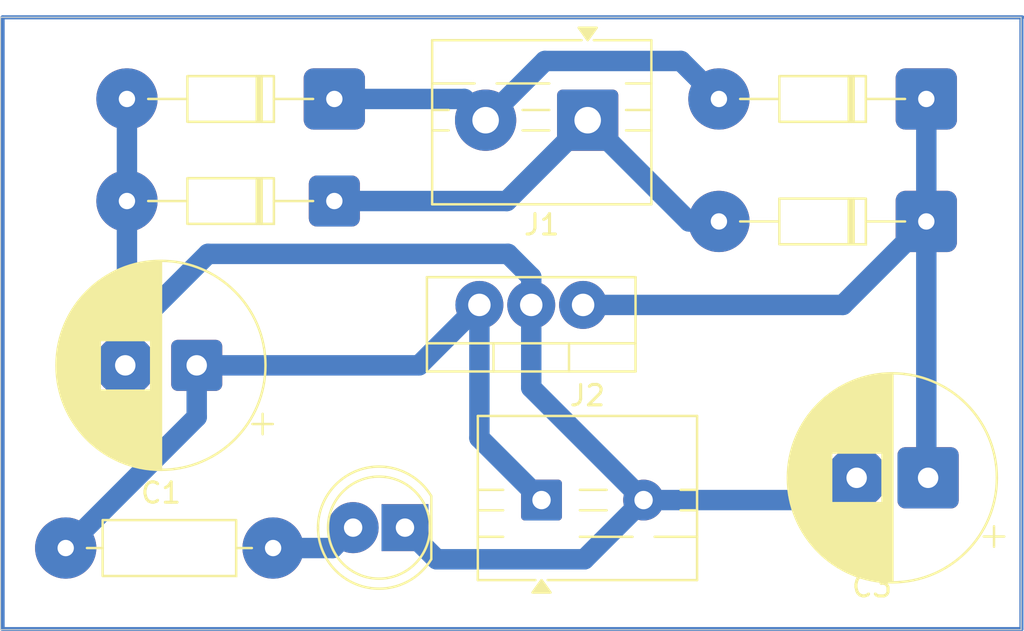
<source format=kicad_pcb>
(kicad_pcb (version 20241229) (generator "pcbnew") (generator_version "9.0")
  (layers (0 "F.Cu" signal) (2 "B.Cu" signal) (13 "F.Paste" user) (15 "B.Paste" user) (5 "F.SilkS" user "F.Silkscreen") (7 "B.SilkS" user "B.Silkscreen") (1 "F.Mask" user) (3 "B.Mask" user) (25 "Edge.Cuts" user))
  (net 0 "")
  (net 1 "GND")
  (net 2 "Net-(D1-K)")
  (net 3 "Net-(D2-K)")
  (net 4 "Net-(D3-K)")
  (net 5 "/+5V")
  (net 6 "Net-(D5-A)")
  (footprint "TerminalBlock:TerminalBlock_MaiXu_MX126-5.0-02P_1x02_P5.00mm" (layer "F.Cu") (at 131.491 55.04 180)
    (property "Reference" "J1" (at 2.25 -5.12 180) (layer "F.SilkS"))
    (property "Value" "Screw_Terminal_01x02")
    (fp_line (start 7.62 3.92) (end 0.3 3.92) (stroke (width 0.12)) (layer "F.SilkS"))
    (fp_line (start 7.62 -4.12) (end 7.62 3.92) (stroke (width 0.12)) (layer "F.SilkS"))
    (fp_line (start 6.812 0.5) (end 7.62 0.5) (stroke (width 0.12)) (layer "F.SilkS"))
    (fp_line (start 6.812 -0.5) (end 7.62 -0.5) (stroke (width 0.12)) (layer "F.SilkS"))
    (fp_line (start 5.543 1.8) (end 7.62 1.8) (stroke (width 0.12)) (layer "F.SilkS"))
    (fp_line (start 1.88 1.8) (end 4.457 1.8) (stroke (width 0.12)) (layer "F.SilkS"))
    (fp_line (start 1.88 0.5) (end 3.188 0.5) (stroke (width 0.12)) (layer "F.SilkS"))
    (fp_line (start 1.88 -0.5) (end 3.188 -0.5) (stroke (width 0.12)) (layer "F.SilkS"))
    (fp_line (start -0.3 3.92) (end -3.12 3.92) (stroke (width 0.12)) (layer "F.SilkS"))
    (fp_line (start -3.12 3.92) (end -3.12 -4.12) (stroke (width 0.12)) (layer "F.SilkS"))
    (fp_line (start -3.12 1.8) (end -1.88 1.8) (stroke (width 0.12)) (layer "F.SilkS"))
    (fp_line (start -3.12 0.5) (end -1.88 0.5) (stroke (width 0.12)) (layer "F.SilkS"))
    (fp_line (start -3.12 -0.5) (end -1.88 -0.5) (stroke (width 0.12)) (layer "F.SilkS"))
    (fp_line (start -3.12 -4.12) (end 7.62 -4.12) (stroke (width 0.12)) (layer "F.SilkS"))
    (fp_poly (pts (xy 0 3.92) (xy 0.44 4.53) (xy -0.44 4.53)) (stroke (width 0.12)) (fill yes) (layer "F.SilkS"))
    (pad "1" thru_hole roundrect (at 0 0 180) (size 3 3) (drill 1.3) (layers "*.Cu" "*.Mask") (roundrect_rratio 0.089286) (net 4 "Net-(D3-K)"))
    (pad "2" thru_hole circle (at 5 0 180) (size 3 3) (drill 1.3) (layers "*.Cu" "*.Mask") (net 2 "Net-(D1-K)"))
  )
  (footprint "Capacitor_THT:CP_Radial_D10.0mm_P3.50mm" (layer "F.Cu") (at 112.337677 67.05 180)
    (property "Reference" "C1" (at 1.75 -6.25 0) (layer "F.SilkS"))
    (property "Value" "CAP")
    (fp_line (start 6.83 -0.599) (end 6.83 0.599) (stroke (width 0.12)) (layer "F.SilkS"))
    (fp_line (start 6.79 -0.862) (end 6.79 0.862) (stroke (width 0.12)) (layer "F.SilkS"))
    (fp_line (start 6.75 -1.062) (end 6.75 1.062) (stroke (width 0.12)) (layer "F.SilkS"))
    (fp_line (start 6.71 -1.23) (end 6.71 1.23) (stroke (width 0.12)) (layer "F.SilkS"))
    (fp_line (start 6.67 -1.377) (end 6.67 1.377) (stroke (width 0.12)) (layer "F.SilkS"))
    (fp_line (start 6.63 -1.509) (end 6.63 1.509) (stroke (width 0.12)) (layer "F.SilkS"))
    (fp_line (start 6.59 -1.63) (end 6.59 1.63) (stroke (width 0.12)) (layer "F.SilkS"))
    (fp_line (start 6.55 -1.742) (end 6.55 1.742) (stroke (width 0.12)) (layer "F.SilkS"))
    (fp_line (start 6.51 -1.846) (end 6.51 1.846) (stroke (width 0.12)) (layer "F.SilkS"))
    (fp_line (start 6.47 -1.944) (end 6.47 1.944) (stroke (width 0.12)) (layer "F.SilkS"))
    (fp_line (start 6.43 -2.037) (end 6.43 2.037) (stroke (width 0.12)) (layer "F.SilkS"))
    (fp_line (start 6.39 -2.124) (end 6.39 2.124) (stroke (width 0.12)) (layer "F.SilkS"))
    (fp_line (start 6.35 -2.208) (end 6.35 2.208) (stroke (width 0.12)) (layer "F.SilkS"))
    (fp_line (start 6.31 -2.288) (end 6.31 2.288) (stroke (width 0.12)) (layer "F.SilkS"))
    (fp_line (start 6.27 -2.365) (end 6.27 2.365) (stroke (width 0.12)) (layer "F.SilkS"))
    (fp_line (start 6.23 -2.439) (end 6.23 2.439) (stroke (width 0.12)) (layer "F.SilkS"))
    (fp_line (start 6.19 -2.51) (end 6.19 2.51) (stroke (width 0.12)) (layer "F.SilkS"))
    (fp_line (start 6.15 -2.578) (end 6.15 2.578) (stroke (width 0.12)) (layer "F.SilkS"))
    (fp_line (start 6.11 -2.644) (end 6.11 2.644) (stroke (width 0.12)) (layer "F.SilkS"))
    (fp_line (start 6.07 -2.708) (end 6.07 2.708) (stroke (width 0.12)) (layer "F.SilkS"))
    (fp_line (start 6.03 -2.77) (end 6.03 2.77) (stroke (width 0.12)) (layer "F.SilkS"))
    (fp_line (start 5.99 -2.83) (end 5.99 2.83) (stroke (width 0.12)) (layer "F.SilkS"))
    (fp_line (start 5.95 -2.888) (end 5.95 2.888) (stroke (width 0.12)) (layer "F.SilkS"))
    (fp_line (start 5.91 -2.945) (end 5.91 2.945) (stroke (width 0.12)) (layer "F.SilkS"))
    (fp_line (start 5.87 -3) (end 5.87 3) (stroke (width 0.12)) (layer "F.SilkS"))
    (fp_line (start 5.83 -3.053) (end 5.83 3.053) (stroke (width 0.12)) (layer "F.SilkS"))
    (fp_line (start 5.79 -3.105) (end 5.79 3.105) (stroke (width 0.12)) (layer "F.SilkS"))
    (fp_line (start 5.75 -3.156) (end 5.75 3.156) (stroke (width 0.12)) (layer "F.SilkS"))
    (fp_line (start 5.71 -3.205) (end 5.71 3.205) (stroke (width 0.12)) (layer "F.SilkS"))
    (fp_line (start 5.67 -3.254) (end 5.67 3.254) (stroke (width 0.12)) (layer "F.SilkS"))
    (fp_line (start 5.63 -3.301) (end 5.63 3.301) (stroke (width 0.12)) (layer "F.SilkS"))
    (fp_line (start 5.59 -3.347) (end 5.59 3.347) (stroke (width 0.12)) (layer "F.SilkS"))
    (fp_line (start 5.55 -3.391) (end 5.55 3.391) (stroke (width 0.12)) (layer "F.SilkS"))
    (fp_line (start 5.51 -3.435) (end 5.51 3.435) (stroke (width 0.12)) (layer "F.SilkS"))
    (fp_line (start 5.47 -3.478) (end 5.47 3.478) (stroke (width 0.12)) (layer "F.SilkS"))
    (fp_line (start 5.43 -3.52) (end 5.43 3.52) (stroke (width 0.12)) (layer "F.SilkS"))
    (fp_line (start 5.39 -3.561) (end 5.39 3.561) (stroke (width 0.12)) (layer "F.SilkS"))
    (fp_line (start 5.35 -3.601) (end 5.35 3.601) (stroke (width 0.12)) (layer "F.SilkS"))
    (fp_line (start 5.31 -3.64) (end 5.31 3.64) (stroke (width 0.12)) (layer "F.SilkS"))
    (fp_line (start 5.27 -3.678) (end 5.27 3.678) (stroke (width 0.12)) (layer "F.SilkS"))
    (fp_line (start 5.23 -3.716) (end 5.23 3.716) (stroke (width 0.12)) (layer "F.SilkS"))
    (fp_line (start 5.19 -3.752) (end 5.19 3.752) (stroke (width 0.12)) (layer "F.SilkS"))
    (fp_line (start 5.15 -3.788) (end 5.15 3.788) (stroke (width 0.12)) (layer "F.SilkS"))
    (fp_line (start 5.11 -3.823) (end 5.11 3.823) (stroke (width 0.12)) (layer "F.SilkS"))
    (fp_line (start 5.07 -3.858) (end 5.07 3.858) (stroke (width 0.12)) (layer "F.SilkS"))
    (fp_line (start 5.03 -3.891) (end 5.03 3.891) (stroke (width 0.12)) (layer "F.SilkS"))
    (fp_line (start 4.99 -3.924) (end 4.99 3.924) (stroke (width 0.12)) (layer "F.SilkS"))
    (fp_line (start 4.95 -3.957) (end 4.95 3.957) (stroke (width 0.12)) (layer "F.SilkS"))
    (fp_line (start 4.91 -3.988) (end 4.91 3.988) (stroke (width 0.12)) (layer "F.SilkS"))
    (fp_line (start 4.87 -4.02) (end 4.87 4.02) (stroke (width 0.12)) (layer "F.SilkS"))
    (fp_line (start 4.83 -4.05) (end 4.83 4.05) (stroke (width 0.12)) (layer "F.SilkS"))
    (fp_line (start 4.79 -4.08) (end 4.79 4.08) (stroke (width 0.12)) (layer "F.SilkS"))
    (fp_line (start 4.75 -4.109) (end 4.75 4.109) (stroke (width 0.12)) (layer "F.SilkS"))
    (fp_line (start 4.71 1.24) (end 4.71 4.138) (stroke (width 0.12)) (layer "F.SilkS"))
    (fp_line (start 4.71 -4.138) (end 4.71 -1.24) (stroke (width 0.12)) (layer "F.SilkS"))
    (fp_line (start 4.67 1.24) (end 4.67 4.166) (stroke (width 0.12)) (layer "F.SilkS"))
    (fp_line (start 4.67 -4.166) (end 4.67 -1.24) (stroke (width 0.12)) (layer "F.SilkS"))
    (fp_line (start 4.63 1.24) (end 4.63 4.193) (stroke (width 0.12)) (layer "F.SilkS"))
    (fp_line (start 4.63 -4.193) (end 4.63 -1.24) (stroke (width 0.12)) (layer "F.SilkS"))
    (fp_line (start 4.59 1.24) (end 4.59 4.22) (stroke (width 0.12)) (layer "F.SilkS"))
    (fp_line (start 4.59 -4.22) (end 4.59 -1.24) (stroke (width 0.12)) (layer "F.SilkS"))
    (fp_line (start 4.55 1.24) (end 4.55 4.247) (stroke (width 0.12)) (layer "F.SilkS"))
    (fp_line (start 4.55 -4.247) (end 4.55 -1.24) (stroke (width 0.12)) (layer "F.SilkS"))
    (fp_line (start 4.51 1.24) (end 4.51 4.272) (stroke (width 0.12)) (layer "F.SilkS"))
    (fp_line (start 4.51 -4.272) (end 4.51 -1.24) (stroke (width 0.12)) (layer "F.SilkS"))
    (fp_line (start 4.47 1.24) (end 4.47 4.298) (stroke (width 0.12)) (layer "F.SilkS"))
    (fp_line (start 4.47 -4.298) (end 4.47 -1.24) (stroke (width 0.12)) (layer "F.SilkS"))
    (fp_line (start 4.43 1.24) (end 4.43 4.323) (stroke (width 0.12)) (layer "F.SilkS"))
    (fp_line (start 4.43 -4.323) (end 4.43 -1.24) (stroke (width 0.12)) (layer "F.SilkS"))
    (fp_line (start 4.39 1.24) (end 4.39 4.347) (stroke (width 0.12)) (layer "F.SilkS"))
    (fp_line (start 4.39 -4.347) (end 4.39 -1.24) (stroke (width 0.12)) (layer "F.SilkS"))
    (fp_line (start 4.35 1.24) (end 4.35 4.371) (stroke (width 0.12)) (layer "F.SilkS"))
    (fp_line (start 4.35 -4.371) (end 4.35 -1.24) (stroke (width 0.12)) (layer "F.SilkS"))
    (fp_line (start 4.31 1.24) (end 4.31 4.394) (stroke (width 0.12)) (layer "F.SilkS"))
    (fp_line (start 4.31 -4.394) (end 4.31 -1.24) (stroke (width 0.12)) (layer "F.SilkS"))
    (fp_line (start 4.27 1.24) (end 4.27 4.417) (stroke (width 0.12)) (layer "F.SilkS"))
    (fp_line (start 4.27 -4.417) (end 4.27 -1.24) (stroke (width 0.12)) (layer "F.SilkS"))
    (fp_line (start 4.23 1.24) (end 4.23 4.439) (stroke (width 0.12)) (layer "F.SilkS"))
    (fp_line (start 4.23 -4.439) (end 4.23 -1.24) (stroke (width 0.12)) (layer "F.SilkS"))
    (fp_line (start 4.19 1.24) (end 4.19 4.461) (stroke (width 0.12)) (layer "F.SilkS"))
    (fp_line (start 4.19 -4.461) (end 4.19 -1.24) (stroke (width 0.12)) (layer "F.SilkS"))
    (fp_line (start 4.15 1.24) (end 4.15 4.483) (stroke (width 0.12)) (layer "F.SilkS"))
    (fp_line (start 4.15 -4.483) (end 4.15 -1.24) (stroke (width 0.12)) (layer "F.SilkS"))
    (fp_line (start 4.11 1.24) (end 4.11 4.504) (stroke (width 0.12)) (layer "F.SilkS"))
    (fp_line (start 4.11 -4.504) (end 4.11 -1.24) (stroke (width 0.12)) (layer "F.SilkS"))
    (fp_line (start 4.07 1.24) (end 4.07 4.524) (stroke (width 0.12)) (layer "F.SilkS"))
    (fp_line (start 4.07 -4.524) (end 4.07 -1.24) (stroke (width 0.12)) (layer "F.SilkS"))
    (fp_line (start 4.03 1.24) (end 4.03 4.544) (stroke (width 0.12)) (layer "F.SilkS"))
    (fp_line (start 4.03 -4.544) (end 4.03 -1.24) (stroke (width 0.12)) (layer "F.SilkS"))
    (fp_line (start 3.99 1.24) (end 3.99 4.564) (stroke (width 0.12)) (layer "F.SilkS"))
    (fp_line (start 3.99 -4.564) (end 3.99 -1.24) (stroke (width 0.12)) (layer "F.SilkS"))
    (fp_line (start 3.95 1.24) (end 3.95 4.583) (stroke (width 0.12)) (layer "F.SilkS"))
    (fp_line (start 3.95 -4.583) (end 3.95 -1.24) (stroke (width 0.12)) (layer "F.SilkS"))
    (fp_line (start 3.91 1.24) (end 3.91 4.602) (stroke (width 0.12)) (layer "F.SilkS"))
    (fp_line (start 3.91 -4.602) (end 3.91 -1.24) (stroke (width 0.12)) (layer "F.SilkS"))
    (fp_line (start 3.87 1.24) (end 3.87 4.62) (stroke (width 0.12)) (layer "F.SilkS"))
    (fp_line (start 3.87 -4.62) (end 3.87 -1.24) (stroke (width 0.12)) (layer "F.SilkS"))
    (fp_line (start 3.83 1.24) (end 3.83 4.638) (stroke (width 0.12)) (layer "F.SilkS"))
    (fp_line (start 3.83 -4.638) (end 3.83 -1.24) (stroke (width 0.12)) (layer "F.SilkS"))
    (fp_line (start 3.79 1.24) (end 3.79 4.656) (stroke (width 0.12)) (layer "F.SilkS"))
    (fp_line (start 3.79 -4.656) (end 3.79 -1.24) (stroke (width 0.12)) (layer "F.SilkS"))
    (fp_line (start 3.75 1.24) (end 3.75 4.673) (stroke (width 0.12)) (layer "F.SilkS"))
    (fp_line (start 3.75 -4.673) (end 3.75 -1.24) (stroke (width 0.12)) (layer "F.SilkS"))
    (fp_line (start 3.71 1.24) (end 3.71 4.69) (stroke (width 0.12)) (layer "F.SilkS"))
    (fp_line (start 3.71 -4.69) (end 3.71 -1.24) (stroke (width 0.12)) (layer "F.SilkS"))
    (fp_line (start 3.67 1.24) (end 3.67 4.706) (stroke (width 0.12)) (layer "F.SilkS"))
    (fp_line (start 3.67 -4.706) (end 3.67 -1.24) (stroke (width 0.12)) (layer "F.SilkS"))
    (fp_line (start 3.63 1.24) (end 3.63 4.722) (stroke (width 0.12)) (layer "F.SilkS"))
    (fp_line (start 3.63 -4.722) (end 3.63 -1.24) (stroke (width 0.12)) (layer "F.SilkS"))
    (fp_line (start 3.59 1.24) (end 3.59 4.738) (stroke (width 0.12)) (layer "F.SilkS"))
    (fp_line (start 3.59 -4.738) (end 3.59 -1.24) (stroke (width 0.12)) (layer "F.SilkS"))
    (fp_line (start 3.55 1.24) (end 3.55 4.753) (stroke (width 0.12)) (layer "F.SilkS"))
    (fp_line (start 3.55 -4.753) (end 3.55 -1.24) (stroke (width 0.12)) (layer "F.SilkS"))
    (fp_line (start 3.51 1.24) (end 3.51 4.768) (stroke (width 0.12)) (layer "F.SilkS"))
    (fp_line (start 3.51 -4.768) (end 3.51 -1.24) (stroke (width 0.12)) (layer "F.SilkS"))
    (fp_line (start 3.47 1.24) (end 3.47 4.782) (stroke (width 0.12)) (layer "F.SilkS"))
    (fp_line (start 3.47 -4.782) (end 3.47 -1.24) (stroke (width 0.12)) (layer "F.SilkS"))
    (fp_line (start 3.43 1.24) (end 3.43 4.797) (stroke (width 0.12)) (layer "F.SilkS"))
    (fp_line (start 3.43 -4.797) (end 3.43 -1.24) (stroke (width 0.12)) (layer "F.SilkS"))
    (fp_line (start 3.39 1.24) (end 3.39 4.81) (stroke (width 0.12)) (layer "F.SilkS"))
    (fp_line (start 3.39 -4.81) (end 3.39 -1.24) (stroke (width 0.12)) (layer "F.SilkS"))
    (fp_line (start 3.35 1.24) (end 3.35 4.824) (stroke (width 0.12)) (layer "F.SilkS"))
    (fp_line (start 3.35 -4.824) (end 3.35 -1.24) (stroke (width 0.12)) (layer "F.SilkS"))
    (fp_line (start 3.31 1.24) (end 3.31 4.837) (stroke (width 0.12)) (layer "F.SilkS"))
    (fp_line (start 3.31 -4.837) (end 3.31 -1.24) (stroke (width 0.12)) (layer "F.SilkS"))
    (fp_line (start 3.27 1.24) (end 3.27 4.849) (stroke (width 0.12)) (layer "F.SilkS"))
    (fp_line (start 3.27 -4.849) (end 3.27 -1.24) (stroke (width 0.12)) (layer "F.SilkS"))
    (fp_line (start 3.23 1.24) (end 3.23 4.861) (stroke (width 0.12)) (layer "F.SilkS"))
    (fp_line (start 3.23 -4.861) (end 3.23 -1.24) (stroke (width 0.12)) (layer "F.SilkS"))
    (fp_line (start 3.19 1.24) (end 3.19 4.873) (stroke (width 0.12)) (layer "F.SilkS"))
    (fp_line (start 3.19 -4.873) (end 3.19 -1.24) (stroke (width 0.12)) (layer "F.SilkS"))
    (fp_line (start 3.15 1.24) (end 3.15 4.885) (stroke (width 0.12)) (layer "F.SilkS"))
    (fp_line (start 3.15 -4.885) (end 3.15 -1.24) (stroke (width 0.12)) (layer "F.SilkS"))
    (fp_line (start 3.11 1.24) (end 3.11 4.896) (stroke (width 0.12)) (layer "F.SilkS"))
    (fp_line (start 3.11 -4.896) (end 3.11 -1.24) (stroke (width 0.12)) (layer "F.SilkS"))
    (fp_line (start 3.07 1.24) (end 3.07 4.907) (stroke (width 0.12)) (layer "F.SilkS"))
    (fp_line (start 3.07 -4.907) (end 3.07 -1.24) (stroke (width 0.12)) (layer "F.SilkS"))
    (fp_line (start 3.03 1.24) (end 3.03 4.917) (stroke (width 0.12)) (layer "F.SilkS"))
    (fp_line (start 3.03 -4.917) (end 3.03 -1.24) (stroke (width 0.12)) (layer "F.SilkS"))
    (fp_line (start 2.99 1.24) (end 2.99 4.928) (stroke (width 0.12)) (layer "F.SilkS"))
    (fp_line (start 2.99 -4.928) (end 2.99 -1.24) (stroke (width 0.12)) (layer "F.SilkS"))
    (fp_line (start 2.95 1.24) (end 2.95 4.937) (stroke (width 0.12)) (layer "F.SilkS"))
    (fp_line (start 2.95 -4.937) (end 2.95 -1.24) (stroke (width 0.12)) (layer "F.SilkS"))
    (fp_line (start 2.91 1.24) (end 2.91 4.947) (stroke (width 0.12)) (layer "F.SilkS"))
    (fp_line (start 2.91 -4.947) (end 2.91 -1.24) (stroke (width 0.12)) (layer "F.SilkS"))
    (fp_line (start 2.87 1.24) (end 2.87 4.956) (stroke (width 0.12)) (layer "F.SilkS"))
    (fp_line (start 2.87 -4.956) (end 2.87 -1.24) (stroke (width 0.12)) (layer "F.SilkS"))
    (fp_line (start 2.83 1.24) (end 2.83 4.965) (stroke (width 0.12)) (layer "F.SilkS"))
    (fp_line (start 2.83 -4.965) (end 2.83 -1.24) (stroke (width 0.12)) (layer "F.SilkS"))
    (fp_line (start 2.79 1.24) (end 2.79 4.973) (stroke (width 0.12)) (layer "F.SilkS"))
    (fp_line (start 2.79 -4.973) (end 2.79 -1.24) (stroke (width 0.12)) (layer "F.SilkS"))
    (fp_line (start 2.75 1.24) (end 2.75 4.981) (stroke (width 0.12)) (layer "F.SilkS"))
    (fp_line (start 2.75 -4.981) (end 2.75 -1.24) (stroke (width 0.12)) (layer "F.SilkS"))
    (fp_line (start 2.71 1.24) (end 2.71 4.989) (stroke (width 0.12)) (layer "F.SilkS"))
    (fp_line (start 2.71 -4.989) (end 2.71 -1.24) (stroke (width 0.12)) (layer "F.SilkS"))
    (fp_line (start 2.67 1.24) (end 2.67 4.997) (stroke (width 0.12)) (layer "F.SilkS"))
    (fp_line (start 2.67 -4.997) (end 2.67 -1.24) (stroke (width 0.12)) (layer "F.SilkS"))
    (fp_line (start 2.63 1.24) (end 2.63 5.004) (stroke (width 0.12)) (layer "F.SilkS"))
    (fp_line (start 2.63 -5.004) (end 2.63 -1.24) (stroke (width 0.12)) (layer "F.SilkS"))
    (fp_line (start 2.59 1.24) (end 2.59 5.011) (stroke (width 0.12)) (layer "F.SilkS"))
    (fp_line (start 2.59 -5.011) (end 2.59 -1.24) (stroke (width 0.12)) (layer "F.SilkS"))
    (fp_line (start 2.55 1.24) (end 2.55 5.017) (stroke (width 0.12)) (layer "F.SilkS"))
    (fp_line (start 2.55 -5.017) (end 2.55 -1.24) (stroke (width 0.12)) (layer "F.SilkS"))
    (fp_line (start 2.51 1.24) (end 2.51 5.023) (stroke (width 0.12)) (layer "F.SilkS"))
    (fp_line (start 2.51 -5.023) (end 2.51 -1.24) (stroke (width 0.12)) (layer "F.SilkS"))
    (fp_line (start 2.47 1.24) (end 2.47 5.029) (stroke (width 0.12)) (layer "F.SilkS"))
    (fp_line (start 2.47 -5.029) (end 2.47 -1.24) (stroke (width 0.12)) (layer "F.SilkS"))
    (fp_line (start 2.43 1.24) (end 2.43 5.035) (stroke (width 0.12)) (layer "F.SilkS"))
    (fp_line (start 2.43 -5.035) (end 2.43 -1.24) (stroke (width 0.12)) (layer "F.SilkS"))
    (fp_line (start 2.39 1.24) (end 2.39 5.04) (stroke (width 0.12)) (layer "F.SilkS"))
    (fp_line (start 2.39 -5.04) (end 2.39 -1.24) (stroke (width 0.12)) (layer "F.SilkS"))
    (fp_line (start 2.35 1.24) (end 2.35 5.045) (stroke (width 0.12)) (layer "F.SilkS"))
    (fp_line (start 2.35 -5.045) (end 2.35 -1.24) (stroke (width 0.12)) (layer "F.SilkS"))
    (fp_line (start 2.31 1.24) (end 2.31 5.049) (stroke (width 0.12)) (layer "F.SilkS"))
    (fp_line (start 2.31 -5.049) (end 2.31 -1.24) (stroke (width 0.12)) (layer "F.SilkS"))
    (fp_line (start 2.27 1.24) (end 2.27 5.054) (stroke (width 0.12)) (layer "F.SilkS"))
    (fp_line (start 2.27 -5.054) (end 2.27 -1.24) (stroke (width 0.12)) (layer "F.SilkS"))
    (fp_line (start 2.23 -5.057) (end 2.23 5.057) (stroke (width 0.12)) (layer "F.SilkS"))
    (fp_line (start 2.19 -5.061) (end 2.19 5.061) (stroke (width 0.12)) (layer "F.SilkS"))
    (fp_line (start 2.15 -5.064) (end 2.15 5.064) (stroke (width 0.12)) (layer "F.SilkS"))
    (fp_line (start 2.11 -5.067) (end 2.11 5.067) (stroke (width 0.12)) (layer "F.SilkS"))
    (fp_line (start 2.07 -5.07) (end 2.07 5.07) (stroke (width 0.12)) (layer "F.SilkS"))
    (fp_line (start 2.03 -5.072) (end 2.03 5.072) (stroke (width 0.12)) (layer "F.SilkS"))
    (fp_line (start 1.99 -5.074) (end 1.99 5.074) (stroke (width 0.12)) (layer "F.SilkS"))
    (fp_line (start 1.95 -5.076) (end 1.95 5.076) (stroke (width 0.12)) (layer "F.SilkS"))
    (fp_line (start 1.91 -5.077) (end 1.91 5.077) (stroke (width 0.12)) (layer "F.SilkS"))
    (fp_line (start 1.87 -5.079) (end 1.87 5.079) (stroke (width 0.12)) (layer "F.SilkS"))
    (fp_line (start 1.83 -5.079) (end 1.83 5.079) (stroke (width 0.12)) (layer "F.SilkS"))
    (fp_line (start 1.79 -5.08) (end 1.79 5.08) (stroke (width 0.12)) (layer "F.SilkS"))
    (fp_line (start 1.75 -5.08) (end 1.75 5.08) (stroke (width 0.12)) (layer "F.SilkS"))
    (fp_line (start -3.229646 -3.375) (end -3.229646 -2.375) (stroke (width 0.12)) (layer "F.SilkS"))
    (fp_line (start -3.729646 -2.875) (end -2.729646 -2.875) (stroke (width 0.12)) (layer "F.SilkS"))
    (fp_circle (center 1.75 0) (end 6.87 0) (stroke (width 0.12)) (fill no) (layer "F.SilkS"))
    (pad "1" thru_hole roundrect (at 0 0 180) (size 2.5 2.5) (drill 1) (layers "*.Cu" "*.Mask") (roundrect_rratio 0.125) (net 5 "/+5V"))
    (pad "2" thru_hole circle (at 3.5 0 180) (size 3 3) (drill 1) (layers "*.Cu" "*.Mask") (net 1 "GND"))
  )
  (footprint "Diode_THT:D_DO-35_SOD27_P10.16mm_Horizontal" (layer "F.Cu") (at 148.08 54 180)
    (property "Reference" "D2" (hide yes))
    (property "Value" "1N4148WT" (hide yes))
    (fp_line (start 9.12 0) (end 7.2 0) (stroke (width 0.12)) (layer "F.SilkS"))
    (fp_line (start 3.8 -1.12) (end 3.8 1.12) (stroke (width 0.12)) (layer "F.SilkS"))
    (fp_line (start 3.68 -1.12) (end 3.68 1.12) (stroke (width 0.12)) (layer "F.SilkS"))
    (fp_line (start 3.56 -1.12) (end 3.56 1.12) (stroke (width 0.12)) (layer "F.SilkS"))
    (fp_line (start 1.04 0) (end 2.96 0) (stroke (width 0.12)) (layer "F.SilkS"))
    (fp_rect (start 2.96 -1.12) (end 7.2 1.12) (stroke (width 0.12)) (fill no) (layer "F.SilkS"))
    (pad "1" thru_hole roundrect (at 0 0 180) (size 3 3) (drill 0.8) (layers "*.Cu" "*.Mask") (roundrect_rratio 0.15625) (net 3 "Net-(D2-K)"))
    (pad "2" thru_hole circle (at 10.16 0 180) (size 3 3) (drill 0.8) (layers "*.Cu" "*.Mask") (net 2 "Net-(D1-K)"))
  )
  (footprint "Package_TO_SOT_THT:TO-220-3_Vertical" (layer "F.Cu") (at 131.266 64.09 180)
    (property "Reference" "U1" (hide yes))
    (property "Value" "LM7805_TO220" (hide yes))
    (fp_line (start 7.65 1.36) (end -2.57 1.36) (stroke (width 0.12)) (layer "F.SilkS"))
    (fp_line (start 7.65 -3.26) (end 7.65 1.36) (stroke (width 0.12)) (layer "F.SilkS"))
    (fp_line (start 4.39 -3.26) (end 4.39 -1.88) (stroke (width 0.12)) (layer "F.SilkS"))
    (fp_line (start 0.69 -3.26) (end 0.69 -1.88) (stroke (width 0.12)) (layer "F.SilkS"))
    (fp_line (start -2.57 1.36) (end -2.57 -3.26) (stroke (width 0.12)) (layer "F.SilkS"))
    (fp_line (start -2.57 -1.88) (end 7.65 -1.88) (stroke (width 0.12)) (layer "F.SilkS"))
    (fp_line (start -2.57 -3.26) (end 7.65 -3.26) (stroke (width 0.12)) (layer "F.SilkS"))
    (pad "1" thru_hole circle (at 0 0 180) (size 2.35 2.35) (drill 1.1) (layers "*.Cu" "*.Mask") (net 3 "Net-(D2-K)"))
    (pad "2" thru_hole oval (at 2.54 0 180) (size 2.35 2.35) (drill 1.1) (layers "*.Cu" "*.Mask") (net 1 "GND"))
    (pad "3" thru_hole oval (at 5.08 0 180) (size 2.35 2.35) (drill 1.1) (layers "*.Cu" "*.Mask") (net 5 "/+5V"))
  )
  (footprint "Diode_THT:D_DO-35_SOD27_P10.16mm_Horizontal" (layer "F.Cu") (at 119.08 54 180)
    (property "Reference" "D1" (hide yes))
    (property "Value" "1N4148WT" (hide yes))
    (fp_line (start 9.12 0) (end 7.2 0) (stroke (width 0.12)) (layer "F.SilkS"))
    (fp_line (start 3.8 -1.12) (end 3.8 1.12) (stroke (width 0.12)) (layer "F.SilkS"))
    (fp_line (start 3.68 -1.12) (end 3.68 1.12) (stroke (width 0.12)) (layer "F.SilkS"))
    (fp_line (start 3.56 -1.12) (end 3.56 1.12) (stroke (width 0.12)) (layer "F.SilkS"))
    (fp_line (start 1.04 0) (end 2.96 0) (stroke (width 0.12)) (layer "F.SilkS"))
    (fp_rect (start 2.96 -1.12) (end 7.2 1.12) (stroke (width 0.12)) (fill no) (layer "F.SilkS"))
    (pad "1" thru_hole roundrect (at 0 0 180) (size 3 3) (drill 0.8) (layers "*.Cu" "*.Mask") (roundrect_rratio 0.15625) (net 2 "Net-(D1-K)"))
    (pad "2" thru_hole circle (at 10.16 0 180) (size 3 3) (drill 0.8) (layers "*.Cu" "*.Mask") (net 1 "GND"))
  )
  (footprint "Diode_THT:D_DO-35_SOD27_P10.16mm_Horizontal" (layer "F.Cu") (at 119.08 59 180)
    (property "Reference" "D3" (hide yes))
    (property "Value" "1N4148WT" (hide yes))
    (fp_line (start 9.12 0) (end 7.2 0) (stroke (width 0.12)) (layer "F.SilkS"))
    (fp_line (start 3.8 -1.12) (end 3.8 1.12) (stroke (width 0.12)) (layer "F.SilkS"))
    (fp_line (start 3.68 -1.12) (end 3.68 1.12) (stroke (width 0.12)) (layer "F.SilkS"))
    (fp_line (start 3.56 -1.12) (end 3.56 1.12) (stroke (width 0.12)) (layer "F.SilkS"))
    (fp_line (start 1.04 0) (end 2.96 0) (stroke (width 0.12)) (layer "F.SilkS"))
    (fp_rect (start 2.96 -1.12) (end 7.2 1.12) (stroke (width 0.12)) (fill no) (layer "F.SilkS"))
    (pad "1" thru_hole roundrect (at 0 0 180) (size 2.5 2.5) (drill 0.8) (layers "*.Cu" "*.Mask") (roundrect_rratio 0.15625) (net 4 "Net-(D3-K)"))
    (pad "2" thru_hole circle (at 10.16 0 180) (size 3 3) (drill 0.8) (layers "*.Cu" "*.Mask") (net 1 "GND"))
  )
  (footprint "TerminalBlock:TerminalBlock_MaiXu_MX126-5.0-02P_1x02_P5.00mm" (layer "F.Cu") (at 129.23 73.65)
    (property "Reference" "J2" (at 2.25 -5.12 0) (layer "F.SilkS"))
    (property "Value" "Screw_Terminal_01x02")
    (fp_line (start -3.12 -4.12) (end 7.62 -4.12) (stroke (width 0.12)) (layer "F.SilkS"))
    (fp_line (start -3.12 -0.5) (end -1.88 -0.5) (stroke (width 0.12)) (layer "F.SilkS"))
    (fp_line (start -3.12 0.5) (end -1.88 0.5) (stroke (width 0.12)) (layer "F.SilkS"))
    (fp_line (start -3.12 1.8) (end -1.88 1.8) (stroke (width 0.12)) (layer "F.SilkS"))
    (fp_line (start -3.12 3.92) (end -3.12 -4.12) (stroke (width 0.12)) (layer "F.SilkS"))
    (fp_line (start -0.3 3.92) (end -3.12 3.92) (stroke (width 0.12)) (layer "F.SilkS"))
    (fp_line (start 1.88 -0.5) (end 3.188 -0.5) (stroke (width 0.12)) (layer "F.SilkS"))
    (fp_line (start 1.88 0.5) (end 3.188 0.5) (stroke (width 0.12)) (layer "F.SilkS"))
    (fp_line (start 1.88 1.8) (end 4.457 1.8) (stroke (width 0.12)) (layer "F.SilkS"))
    (fp_line (start 5.543 1.8) (end 7.62 1.8) (stroke (width 0.12)) (layer "F.SilkS"))
    (fp_line (start 6.812 -0.5) (end 7.62 -0.5) (stroke (width 0.12)) (layer "F.SilkS"))
    (fp_line (start 6.812 0.5) (end 7.62 0.5) (stroke (width 0.12)) (layer "F.SilkS"))
    (fp_line (start 7.62 -4.12) (end 7.62 3.92) (stroke (width 0.12)) (layer "F.SilkS"))
    (fp_line (start 7.62 3.92) (end 0.3 3.92) (stroke (width 0.12)) (layer "F.SilkS"))
    (fp_poly (pts (xy 0 3.92) (xy 0.44 4.53) (xy -0.44 4.53)) (stroke (width 0.12)) (fill yes) (layer "F.SilkS"))
    (pad "1" thru_hole roundrect (at 0 0) (size 2 2) (drill 0.9) (layers "*.Cu" "*.Mask") (roundrect_rratio 0.089286) (net 5 "/+5V"))
    (pad "2" thru_hole circle (at 5 0) (size 2 2) (drill 0.9) (layers "*.Cu" "*.Mask") (net 1 "GND"))
  )
  (footprint "Capacitor_THT:CP_Radial_D10.0mm_P3.50mm" (layer "F.Cu") (at 148.167677 72.56 180)
    (property "Reference" "C3" (at 2.75 -5.33 0) (layer "F.SilkS"))
    (property "Value" "470uF")
    (fp_line (start 6.83 -0.599) (end 6.83 0.599) (stroke (width 0.12)) (layer "F.SilkS"))
    (fp_line (start 6.79 -0.862) (end 6.79 0.862) (stroke (width 0.12)) (layer "F.SilkS"))
    (fp_line (start 6.75 -1.062) (end 6.75 1.062) (stroke (width 0.12)) (layer "F.SilkS"))
    (fp_line (start 6.71 -1.23) (end 6.71 1.23) (stroke (width 0.12)) (layer "F.SilkS"))
    (fp_line (start 6.67 -1.377) (end 6.67 1.377) (stroke (width 0.12)) (layer "F.SilkS"))
    (fp_line (start 6.63 -1.509) (end 6.63 1.509) (stroke (width 0.12)) (layer "F.SilkS"))
    (fp_line (start 6.59 -1.63) (end 6.59 1.63) (stroke (width 0.12)) (layer "F.SilkS"))
    (fp_line (start 6.55 -1.742) (end 6.55 1.742) (stroke (width 0.12)) (layer "F.SilkS"))
    (fp_line (start 6.51 -1.846) (end 6.51 1.846) (stroke (width 0.12)) (layer "F.SilkS"))
    (fp_line (start 6.47 -1.944) (end 6.47 1.944) (stroke (width 0.12)) (layer "F.SilkS"))
    (fp_line (start 6.43 -2.037) (end 6.43 2.037) (stroke (width 0.12)) (layer "F.SilkS"))
    (fp_line (start 6.39 -2.124) (end 6.39 2.124) (stroke (width 0.12)) (layer "F.SilkS"))
    (fp_line (start 6.35 -2.208) (end 6.35 2.208) (stroke (width 0.12)) (layer "F.SilkS"))
    (fp_line (start 6.31 -2.288) (end 6.31 2.288) (stroke (width 0.12)) (layer "F.SilkS"))
    (fp_line (start 6.27 -2.365) (end 6.27 2.365) (stroke (width 0.12)) (layer "F.SilkS"))
    (fp_line (start 6.23 -2.439) (end 6.23 2.439) (stroke (width 0.12)) (layer "F.SilkS"))
    (fp_line (start 6.19 -2.51) (end 6.19 2.51) (stroke (width 0.12)) (layer "F.SilkS"))
    (fp_line (start 6.15 -2.578) (end 6.15 2.578) (stroke (width 0.12)) (layer "F.SilkS"))
    (fp_line (start 6.11 -2.644) (end 6.11 2.644) (stroke (width 0.12)) (layer "F.SilkS"))
    (fp_line (start 6.07 -2.708) (end 6.07 2.708) (stroke (width 0.12)) (layer "F.SilkS"))
    (fp_line (start 6.03 -2.77) (end 6.03 2.77) (stroke (width 0.12)) (layer "F.SilkS"))
    (fp_line (start 5.99 -2.83) (end 5.99 2.83) (stroke (width 0.12)) (layer "F.SilkS"))
    (fp_line (start 5.95 -2.888) (end 5.95 2.888) (stroke (width 0.12)) (layer "F.SilkS"))
    (fp_line (start 5.91 -2.945) (end 5.91 2.945) (stroke (width 0.12)) (layer "F.SilkS"))
    (fp_line (start 5.87 -3) (end 5.87 3) (stroke (width 0.12)) (layer "F.SilkS"))
    (fp_line (start 5.83 -3.053) (end 5.83 3.053) (stroke (width 0.12)) (layer "F.SilkS"))
    (fp_line (start 5.79 -3.105) (end 5.79 3.105) (stroke (width 0.12)) (layer "F.SilkS"))
    (fp_line (start 5.75 -3.156) (end 5.75 3.156) (stroke (width 0.12)) (layer "F.SilkS"))
    (fp_line (start 5.71 -3.205) (end 5.71 3.205) (stroke (width 0.12)) (layer "F.SilkS"))
    (fp_line (start 5.67 -3.254) (end 5.67 3.254) (stroke (width 0.12)) (layer "F.SilkS"))
    (fp_line (start 5.63 -3.301) (end 5.63 3.301) (stroke (width 0.12)) (layer "F.SilkS"))
    (fp_line (start 5.59 -3.347) (end 5.59 3.347) (stroke (width 0.12)) (layer "F.SilkS"))
    (fp_line (start 5.55 -3.391) (end 5.55 3.391) (stroke (width 0.12)) (layer "F.SilkS"))
    (fp_line (start 5.51 -3.435) (end 5.51 3.435) (stroke (width 0.12)) (layer "F.SilkS"))
    (fp_line (start 5.47 -3.478) (end 5.47 3.478) (stroke (width 0.12)) (layer "F.SilkS"))
    (fp_line (start 5.43 -3.52) (end 5.43 3.52) (stroke (width 0.12)) (layer "F.SilkS"))
    (fp_line (start 5.39 -3.561) (end 5.39 3.561) (stroke (width 0.12)) (layer "F.SilkS"))
    (fp_line (start 5.35 -3.601) (end 5.35 3.601) (stroke (width 0.12)) (layer "F.SilkS"))
    (fp_line (start 5.31 -3.64) (end 5.31 3.64) (stroke (width 0.12)) (layer "F.SilkS"))
    (fp_line (start 5.27 -3.678) (end 5.27 3.678) (stroke (width 0.12)) (layer "F.SilkS"))
    (fp_line (start 5.23 -3.716) (end 5.23 3.716) (stroke (width 0.12)) (layer "F.SilkS"))
    (fp_line (start 5.19 -3.752) (end 5.19 3.752) (stroke (width 0.12)) (layer "F.SilkS"))
    (fp_line (start 5.15 -3.788) (end 5.15 3.788) (stroke (width 0.12)) (layer "F.SilkS"))
    (fp_line (start 5.11 -3.823) (end 5.11 3.823) (stroke (width 0.12)) (layer "F.SilkS"))
    (fp_line (start 5.07 -3.858) (end 5.07 3.858) (stroke (width 0.12)) (layer "F.SilkS"))
    (fp_line (start 5.03 -3.891) (end 5.03 3.891) (stroke (width 0.12)) (layer "F.SilkS"))
    (fp_line (start 4.99 -3.924) (end 4.99 3.924) (stroke (width 0.12)) (layer "F.SilkS"))
    (fp_line (start 4.95 -3.957) (end 4.95 3.957) (stroke (width 0.12)) (layer "F.SilkS"))
    (fp_line (start 4.91 -3.988) (end 4.91 3.988) (stroke (width 0.12)) (layer "F.SilkS"))
    (fp_line (start 4.87 -4.02) (end 4.87 4.02) (stroke (width 0.12)) (layer "F.SilkS"))
    (fp_line (start 4.83 -4.05) (end 4.83 4.05) (stroke (width 0.12)) (layer "F.SilkS"))
    (fp_line (start 4.79 -4.08) (end 4.79 4.08) (stroke (width 0.12)) (layer "F.SilkS"))
    (fp_line (start 4.75 -4.109) (end 4.75 4.109) (stroke (width 0.12)) (layer "F.SilkS"))
    (fp_line (start 4.71 1.24) (end 4.71 4.138) (stroke (width 0.12)) (layer "F.SilkS"))
    (fp_line (start 4.71 -4.138) (end 4.71 -1.24) (stroke (width 0.12)) (layer "F.SilkS"))
    (fp_line (start 4.67 1.24) (end 4.67 4.166) (stroke (width 0.12)) (layer "F.SilkS"))
    (fp_line (start 4.67 -4.166) (end 4.67 -1.24) (stroke (width 0.12)) (layer "F.SilkS"))
    (fp_line (start 4.63 1.24) (end 4.63 4.193) (stroke (width 0.12)) (layer "F.SilkS"))
    (fp_line (start 4.63 -4.193) (end 4.63 -1.24) (stroke (width 0.12)) (layer "F.SilkS"))
    (fp_line (start 4.59 1.24) (end 4.59 4.22) (stroke (width 0.12)) (layer "F.SilkS"))
    (fp_line (start 4.59 -4.22) (end 4.59 -1.24) (stroke (width 0.12)) (layer "F.SilkS"))
    (fp_line (start 4.55 1.24) (end 4.55 4.247) (stroke (width 0.12)) (layer "F.SilkS"))
    (fp_line (start 4.55 -4.247) (end 4.55 -1.24) (stroke (width 0.12)) (layer "F.SilkS"))
    (fp_line (start 4.51 1.24) (end 4.51 4.272) (stroke (width 0.12)) (layer "F.SilkS"))
    (fp_line (start 4.51 -4.272) (end 4.51 -1.24) (stroke (width 0.12)) (layer "F.SilkS"))
    (fp_line (start 4.47 1.24) (end 4.47 4.298) (stroke (width 0.12)) (layer "F.SilkS"))
    (fp_line (start 4.47 -4.298) (end 4.47 -1.24) (stroke (width 0.12)) (layer "F.SilkS"))
    (fp_line (start 4.43 1.24) (end 4.43 4.323) (stroke (width 0.12)) (layer "F.SilkS"))
    (fp_line (start 4.43 -4.323) (end 4.43 -1.24) (stroke (width 0.12)) (layer "F.SilkS"))
    (fp_line (start 4.39 1.24) (end 4.39 4.347) (stroke (width 0.12)) (layer "F.SilkS"))
    (fp_line (start 4.39 -4.347) (end 4.39 -1.24) (stroke (width 0.12)) (layer "F.SilkS"))
    (fp_line (start 4.35 1.24) (end 4.35 4.371) (stroke (width 0.12)) (layer "F.SilkS"))
    (fp_line (start 4.35 -4.371) (end 4.35 -1.24) (stroke (width 0.12)) (layer "F.SilkS"))
    (fp_line (start 4.31 1.24) (end 4.31 4.394) (stroke (width 0.12)) (layer "F.SilkS"))
    (fp_line (start 4.31 -4.394) (end 4.31 -1.24) (stroke (width 0.12)) (layer "F.SilkS"))
    (fp_line (start 4.27 1.24) (end 4.27 4.417) (stroke (width 0.12)) (layer "F.SilkS"))
    (fp_line (start 4.27 -4.417) (end 4.27 -1.24) (stroke (width 0.12)) (layer "F.SilkS"))
    (fp_line (start 4.23 1.24) (end 4.23 4.439) (stroke (width 0.12)) (layer "F.SilkS"))
    (fp_line (start 4.23 -4.439) (end 4.23 -1.24) (stroke (width 0.12)) (layer "F.SilkS"))
    (fp_line (start 4.19 1.24) (end 4.19 4.461) (stroke (width 0.12)) (layer "F.SilkS"))
    (fp_line (start 4.19 -4.461) (end 4.19 -1.24) (stroke (width 0.12)) (layer "F.SilkS"))
    (fp_line (start 4.15 1.24) (end 4.15 4.483) (stroke (width 0.12)) (layer "F.SilkS"))
    (fp_line (start 4.15 -4.483) (end 4.15 -1.24) (stroke (width 0.12)) (layer "F.SilkS"))
    (fp_line (start 4.11 1.24) (end 4.11 4.504) (stroke (width 0.12)) (layer "F.SilkS"))
    (fp_line (start 4.11 -4.504) (end 4.11 -1.24) (stroke (width 0.12)) (layer "F.SilkS"))
    (fp_line (start 4.07 1.24) (end 4.07 4.524) (stroke (width 0.12)) (layer "F.SilkS"))
    (fp_line (start 4.07 -4.524) (end 4.07 -1.24) (stroke (width 0.12)) (layer "F.SilkS"))
    (fp_line (start 4.03 1.24) (end 4.03 4.544) (stroke (width 0.12)) (layer "F.SilkS"))
    (fp_line (start 4.03 -4.544) (end 4.03 -1.24) (stroke (width 0.12)) (layer "F.SilkS"))
    (fp_line (start 3.99 1.24) (end 3.99 4.564) (stroke (width 0.12)) (layer "F.SilkS"))
    (fp_line (start 3.99 -4.564) (end 3.99 -1.24) (stroke (width 0.12)) (layer "F.SilkS"))
    (fp_line (start 3.95 1.24) (end 3.95 4.583) (stroke (width 0.12)) (layer "F.SilkS"))
    (fp_line (start 3.95 -4.583) (end 3.95 -1.24) (stroke (width 0.12)) (layer "F.SilkS"))
    (fp_line (start 3.91 1.24) (end 3.91 4.602) (stroke (width 0.12)) (layer "F.SilkS"))
    (fp_line (start 3.91 -4.602) (end 3.91 -1.24) (stroke (width 0.12)) (layer "F.SilkS"))
    (fp_line (start 3.87 1.24) (end 3.87 4.62) (stroke (width 0.12)) (layer "F.SilkS"))
    (fp_line (start 3.87 -4.62) (end 3.87 -1.24) (stroke (width 0.12)) (layer "F.SilkS"))
    (fp_line (start 3.83 1.24) (end 3.83 4.638) (stroke (width 0.12)) (layer "F.SilkS"))
    (fp_line (start 3.83 -4.638) (end 3.83 -1.24) (stroke (width 0.12)) (layer "F.SilkS"))
    (fp_line (start 3.79 1.24) (end 3.79 4.656) (stroke (width 0.12)) (layer "F.SilkS"))
    (fp_line (start 3.79 -4.656) (end 3.79 -1.24) (stroke (width 0.12)) (layer "F.SilkS"))
    (fp_line (start 3.75 1.24) (end 3.75 4.673) (stroke (width 0.12)) (layer "F.SilkS"))
    (fp_line (start 3.75 -4.673) (end 3.75 -1.24) (stroke (width 0.12)) (layer "F.SilkS"))
    (fp_line (start 3.71 1.24) (end 3.71 4.69) (stroke (width 0.12)) (layer "F.SilkS"))
    (fp_line (start 3.71 -4.69) (end 3.71 -1.24) (stroke (width 0.12)) (layer "F.SilkS"))
    (fp_line (start 3.67 1.24) (end 3.67 4.706) (stroke (width 0.12)) (layer "F.SilkS"))
    (fp_line (start 3.67 -4.706) (end 3.67 -1.24) (stroke (width 0.12)) (layer "F.SilkS"))
    (fp_line (start 3.63 1.24) (end 3.63 4.722) (stroke (width 0.12)) (layer "F.SilkS"))
    (fp_line (start 3.63 -4.722) (end 3.63 -1.24) (stroke (width 0.12)) (layer "F.SilkS"))
    (fp_line (start 3.59 1.24) (end 3.59 4.738) (stroke (width 0.12)) (layer "F.SilkS"))
    (fp_line (start 3.59 -4.738) (end 3.59 -1.24) (stroke (width 0.12)) (layer "F.SilkS"))
    (fp_line (start 3.55 1.24) (end 3.55 4.753) (stroke (width 0.12)) (layer "F.SilkS"))
    (fp_line (start 3.55 -4.753) (end 3.55 -1.24) (stroke (width 0.12)) (layer "F.SilkS"))
    (fp_line (start 3.51 1.24) (end 3.51 4.768) (stroke (width 0.12)) (layer "F.SilkS"))
    (fp_line (start 3.51 -4.768) (end 3.51 -1.24) (stroke (width 0.12)) (layer "F.SilkS"))
    (fp_line (start 3.47 1.24) (end 3.47 4.782) (stroke (width 0.12)) (layer "F.SilkS"))
    (fp_line (start 3.47 -4.782) (end 3.47 -1.24) (stroke (width 0.12)) (layer "F.SilkS"))
    (fp_line (start 3.43 1.24) (end 3.43 4.797) (stroke (width 0.12)) (layer "F.SilkS"))
    (fp_line (start 3.43 -4.797) (end 3.43 -1.24) (stroke (width 0.12)) (layer "F.SilkS"))
    (fp_line (start 3.39 1.24) (end 3.39 4.81) (stroke (width 0.12)) (layer "F.SilkS"))
    (fp_line (start 3.39 -4.81) (end 3.39 -1.24) (stroke (width 0.12)) (layer "F.SilkS"))
    (fp_line (start 3.35 1.24) (end 3.35 4.824) (stroke (width 0.12)) (layer "F.SilkS"))
    (fp_line (start 3.35 -4.824) (end 3.35 -1.24) (stroke (width 0.12)) (layer "F.SilkS"))
    (fp_line (start 3.31 1.24) (end 3.31 4.837) (stroke (width 0.12)) (layer "F.SilkS"))
    (fp_line (start 3.31 -4.837) (end 3.31 -1.24) (stroke (width 0.12)) (layer "F.SilkS"))
    (fp_line (start 3.27 1.24) (end 3.27 4.849) (stroke (width 0.12)) (layer "F.SilkS"))
    (fp_line (start 3.27 -4.849) (end 3.27 -1.24) (stroke (width 0.12)) (layer "F.SilkS"))
    (fp_line (start 3.23 1.24) (end 3.23 4.861) (stroke (width 0.12)) (layer "F.SilkS"))
    (fp_line (start 3.23 -4.861) (end 3.23 -1.24) (stroke (width 0.12)) (layer "F.SilkS"))
    (fp_line (start 3.19 1.24) (end 3.19 4.873) (stroke (width 0.12)) (layer "F.SilkS"))
    (fp_line (start 3.19 -4.873) (end 3.19 -1.24) (stroke (width 0.12)) (layer "F.SilkS"))
    (fp_line (start 3.15 1.24) (end 3.15 4.885) (stroke (width 0.12)) (layer "F.SilkS"))
    (fp_line (start 3.15 -4.885) (end 3.15 -1.24) (stroke (width 0.12)) (layer "F.SilkS"))
    (fp_line (start 3.11 1.24) (end 3.11 4.896) (stroke (width 0.12)) (layer "F.SilkS"))
    (fp_line (start 3.11 -4.896) (end 3.11 -1.24) (stroke (width 0.12)) (layer "F.SilkS"))
    (fp_line (start 3.07 1.24) (end 3.07 4.907) (stroke (width 0.12)) (layer "F.SilkS"))
    (fp_line (start 3.07 -4.907) (end 3.07 -1.24) (stroke (width 0.12)) (layer "F.SilkS"))
    (fp_line (start 3.03 1.24) (end 3.03 4.917) (stroke (width 0.12)) (layer "F.SilkS"))
    (fp_line (start 3.03 -4.917) (end 3.03 -1.24) (stroke (width 0.12)) (layer "F.SilkS"))
    (fp_line (start 2.99 1.24) (end 2.99 4.928) (stroke (width 0.12)) (layer "F.SilkS"))
    (fp_line (start 2.99 -4.928) (end 2.99 -1.24) (stroke (width 0.12)) (layer "F.SilkS"))
    (fp_line (start 2.95 1.24) (end 2.95 4.937) (stroke (width 0.12)) (layer "F.SilkS"))
    (fp_line (start 2.95 -4.937) (end 2.95 -1.24) (stroke (width 0.12)) (layer "F.SilkS"))
    (fp_line (start 2.91 1.24) (end 2.91 4.947) (stroke (width 0.12)) (layer "F.SilkS"))
    (fp_line (start 2.91 -4.947) (end 2.91 -1.24) (stroke (width 0.12)) (layer "F.SilkS"))
    (fp_line (start 2.87 1.24) (end 2.87 4.956) (stroke (width 0.12)) (layer "F.SilkS"))
    (fp_line (start 2.87 -4.956) (end 2.87 -1.24) (stroke (width 0.12)) (layer "F.SilkS"))
    (fp_line (start 2.83 1.24) (end 2.83 4.965) (stroke (width 0.12)) (layer "F.SilkS"))
    (fp_line (start 2.83 -4.965) (end 2.83 -1.24) (stroke (width 0.12)) (layer "F.SilkS"))
    (fp_line (start 2.79 1.24) (end 2.79 4.973) (stroke (width 0.12)) (layer "F.SilkS"))
    (fp_line (start 2.79 -4.973) (end 2.79 -1.24) (stroke (width 0.12)) (layer "F.SilkS"))
    (fp_line (start 2.75 1.24) (end 2.75 4.981) (stroke (width 0.12)) (layer "F.SilkS"))
    (fp_line (start 2.75 -4.981) (end 2.75 -1.24) (stroke (width 0.12)) (layer "F.SilkS"))
    (fp_line (start 2.71 1.24) (end 2.71 4.989) (stroke (width 0.12)) (layer "F.SilkS"))
    (fp_line (start 2.71 -4.989) (end 2.71 -1.24) (stroke (width 0.12)) (layer "F.SilkS"))
    (fp_line (start 2.67 1.24) (end 2.67 4.997) (stroke (width 0.12)) (layer "F.SilkS"))
    (fp_line (start 2.67 -4.997) (end 2.67 -1.24) (stroke (width 0.12)) (layer "F.SilkS"))
    (fp_line (start 2.63 1.24) (end 2.63 5.004) (stroke (width 0.12)) (layer "F.SilkS"))
    (fp_line (start 2.63 -5.004) (end 2.63 -1.24) (stroke (width 0.12)) (layer "F.SilkS"))
    (fp_line (start 2.59 1.24) (end 2.59 5.011) (stroke (width 0.12)) (layer "F.SilkS"))
    (fp_line (start 2.59 -5.011) (end 2.59 -1.24) (stroke (width 0.12)) (layer "F.SilkS"))
    (fp_line (start 2.55 1.24) (end 2.55 5.017) (stroke (width 0.12)) (layer "F.SilkS"))
    (fp_line (start 2.55 -5.017) (end 2.55 -1.24) (stroke (width 0.12)) (layer "F.SilkS"))
    (fp_line (start 2.51 1.24) (end 2.51 5.023) (stroke (width 0.12)) (layer "F.SilkS"))
    (fp_line (start 2.51 -5.023) (end 2.51 -1.24) (stroke (width 0.12)) (layer "F.SilkS"))
    (fp_line (start 2.47 1.24) (end 2.47 5.029) (stroke (width 0.12)) (layer "F.SilkS"))
    (fp_line (start 2.47 -5.029) (end 2.47 -1.24) (stroke (width 0.12)) (layer "F.SilkS"))
    (fp_line (start 2.43 1.24) (end 2.43 5.035) (stroke (width 0.12)) (layer "F.SilkS"))
    (fp_line (start 2.43 -5.035) (end 2.43 -1.24) (stroke (width 0.12)) (layer "F.SilkS"))
    (fp_line (start 2.39 1.24) (end 2.39 5.04) (stroke (width 0.12)) (layer "F.SilkS"))
    (fp_line (start 2.39 -5.04) (end 2.39 -1.24) (stroke (width 0.12)) (layer "F.SilkS"))
    (fp_line (start 2.35 1.24) (end 2.35 5.045) (stroke (width 0.12)) (layer "F.SilkS"))
    (fp_line (start 2.35 -5.045) (end 2.35 -1.24) (stroke (width 0.12)) (layer "F.SilkS"))
    (fp_line (start 2.31 1.24) (end 2.31 5.049) (stroke (width 0.12)) (layer "F.SilkS"))
    (fp_line (start 2.31 -5.049) (end 2.31 -1.24) (stroke (width 0.12)) (layer "F.SilkS"))
    (fp_line (start 2.27 1.24) (end 2.27 5.054) (stroke (width 0.12)) (layer "F.SilkS"))
    (fp_line (start 2.27 -5.054) (end 2.27 -1.24) (stroke (width 0.12)) (layer "F.SilkS"))
    (fp_line (start 2.23 -5.057) (end 2.23 5.057) (stroke (width 0.12)) (layer "F.SilkS"))
    (fp_line (start 2.19 -5.061) (end 2.19 5.061) (stroke (width 0.12)) (layer "F.SilkS"))
    (fp_line (start 2.15 -5.064) (end 2.15 5.064) (stroke (width 0.12)) (layer "F.SilkS"))
    (fp_line (start 2.11 -5.067) (end 2.11 5.067) (stroke (width 0.12)) (layer "F.SilkS"))
    (fp_line (start 2.07 -5.07) (end 2.07 5.07) (stroke (width 0.12)) (layer "F.SilkS"))
    (fp_line (start 2.03 -5.072) (end 2.03 5.072) (stroke (width 0.12)) (layer "F.SilkS"))
    (fp_line (start 1.99 -5.074) (end 1.99 5.074) (stroke (width 0.12)) (layer "F.SilkS"))
    (fp_line (start 1.95 -5.076) (end 1.95 5.076) (stroke (width 0.12)) (layer "F.SilkS"))
    (fp_line (start 1.91 -5.077) (end 1.91 5.077) (stroke (width 0.12)) (layer "F.SilkS"))
    (fp_line (start 1.87 -5.079) (end 1.87 5.079) (stroke (width 0.12)) (layer "F.SilkS"))
    (fp_line (start 1.83 -5.079) (end 1.83 5.079) (stroke (width 0.12)) (layer "F.SilkS"))
    (fp_line (start 1.79 -5.08) (end 1.79 5.08) (stroke (width 0.12)) (layer "F.SilkS"))
    (fp_line (start 1.75 -5.08) (end 1.75 5.08) (stroke (width 0.12)) (layer "F.SilkS"))
    (fp_line (start -3.229646 -3.375) (end -3.229646 -2.375) (stroke (width 0.12)) (layer "F.SilkS"))
    (fp_line (start -3.729646 -2.875) (end -2.729646 -2.875) (stroke (width 0.12)) (layer "F.SilkS"))
    (fp_circle (center 1.75 0) (end 6.87 0) (stroke (width 0.12)) (fill no) (layer "F.SilkS"))
    (pad "1" thru_hole roundrect (at 0 0 180) (size 3 3) (drill 1) (layers "*.Cu" "*.Mask") (roundrect_rratio 0.125) (net 3 "Net-(D2-K)"))
    (pad "2" thru_hole circle (at 3.5 0 180) (size 3 3) (drill 1) (layers "*.Cu" "*.Mask") (net 1 "GND"))
  )
  (footprint "Diode_THT:D_DO-35_SOD27_P10.16mm_Horizontal" (layer "F.Cu") (at 148.08 60 180)
    (property "Reference" "D4" (hide yes))
    (property "Value" "1N4148WT" (hide yes))
    (fp_line (start 9.12 0) (end 7.2 0) (stroke (width 0.12)) (layer "F.SilkS"))
    (fp_line (start 3.8 -1.12) (end 3.8 1.12) (stroke (width 0.12)) (layer "F.SilkS"))
    (fp_line (start 3.68 -1.12) (end 3.68 1.12) (stroke (width 0.12)) (layer "F.SilkS"))
    (fp_line (start 3.56 -1.12) (end 3.56 1.12) (stroke (width 0.12)) (layer "F.SilkS"))
    (fp_line (start 1.04 0) (end 2.96 0) (stroke (width 0.12)) (layer "F.SilkS"))
    (fp_rect (start 2.96 -1.12) (end 7.2 1.12) (stroke (width 0.12)) (fill no) (layer "F.SilkS"))
    (pad "1" thru_hole roundrect (at 0 0 180) (size 3 3) (drill 0.8) (layers "*.Cu" "*.Mask") (roundrect_rratio 0.15625) (net 3 "Net-(D2-K)"))
    (pad "2" thru_hole circle (at 10.16 0 180) (size 3 3) (drill 0.8) (layers "*.Cu" "*.Mask") (net 4 "Net-(D3-K)"))
  )
  (footprint "LED_THT:LED_D5.0mm_Clear" (layer "F.Cu") (at 122.54 75 180)
    (property "Reference" "D5" (hide yes))
    (property "Value" "LED" (hide yes))
    (fp_line (start -1.29 -1.545) (end -1.29 1.545) (stroke (width 0.12)) (layer "F.SilkS"))
    (fp_arc (start 4.26 0) (mid 2.071779 2.880495) (end -1.29 1.54483) (stroke (width 0.12)) (layer "F.SilkS"))
    (fp_arc (start -1.29 -1.54483) (mid 2.071779 -2.880495) (end 4.26 0) (stroke (width 0.12)) (layer "F.SilkS"))
    (fp_circle (center 1.27 0) (end 3.77 0) (stroke (width 0.12)) (fill no) (layer "F.SilkS"))
    (pad "1" thru_hole rect (at 0 0 180) (size 2.3 2.3) (drill 0.9) (layers "*.Cu" "*.Mask") (net 1 "GND"))
    (pad "2" thru_hole circle (at 2.54 0 180) (size 2.5 2.5) (drill 0.9) (layers "*.Cu" "*.Mask") (net 6 "Net-(D5-A)"))
  )
  (footprint "Resistor_THT:R_Axial_DIN0207_L6.3mm_D2.5mm_P10.16mm_Horizontal" (layer "F.Cu") (at 116.08 76 180)
    (property "Reference" "R1" (hide yes))
    (property "Value" "330Ω" (hide yes))
    (fp_line (start 9.12 0) (end 8.35 0) (stroke (width 0.12)) (layer "F.SilkS"))
    (fp_line (start 1.04 0) (end 1.81 0) (stroke (width 0.12)) (layer "F.SilkS"))
    (fp_rect (start 1.81 -1.37) (end 8.35 1.37) (stroke (width 0.12)) (fill no) (layer "F.SilkS"))
    (pad "1" thru_hole circle (at 0 0 180) (size 3 3) (drill 0.8) (layers "*.Cu" "*.Mask") (net 6 "Net-(D5-A)"))
    (pad "2" thru_hole circle (at 10.16 0 180) (size 3 3) (drill 0.8) (layers "*.Cu" "*.Mask") (net 5 "/+5V"))
  )
  (gr_line (start 102.83 50) (end 152.78 50) (stroke (width 0.2)) (layer "B.Cu"))
  (gr_line (start 152.74 79.97) (end 102.83 79.97) (stroke (width 0.2)) (layer "B.Cu"))
  (gr_line (start 152.74 50.06) (end 152.74 79.97) (stroke (width 0.2)) (layer "B.Cu"))
  (gr_line (start 102.83 79.97) (end 102.83 50) (stroke (width 0.2)) (layer "B.Cu"))
  (gr_line (start 102.726 80) (end 102.726 50) (stroke (width 0.05)) (layer "Edge.Cuts"))
  (gr_line (start 152.726 80) (end 102.726 80) (stroke (width 0.05)) (layer "Edge.Cuts"))
  (gr_line (start 102.726 50) (end 152.726 50) (stroke (width 0.05)) (layer "Edge.Cuts"))
  (gr_line (start 152.726 50) (end 152.726 80) (stroke (width 0.05)) (layer "Edge.Cuts"))
  (segment (start 144.667677 72.56) (end 143.577677 73.65) (width 1) (layer "B.Cu") (net 1))
  (segment (start 143.577677 73.65) (end 134.23 73.65) (width 1) (layer "B.Cu") (net 1))
  (segment (start 108.92 54) (end 108.92 59) (width 1) (layer "B.Cu") (net 1))
  (segment (start 108.92 59) (end 108.92 66.967677) (width 1) (layer "B.Cu") (net 1))
  (segment (start 112.884464 61.589) (end 108.837677 65.635787) (width 1) (layer "B.Cu") (net 1))
  (segment (start 108.92 66.967677) (end 108.837677 67.05) (width 1) (layer "B.Cu") (net 1))
  (segment (start 128.726 68.146) (end 134.23 73.65) (width 1) (layer "B.Cu") (net 1))
  (segment (start 131.329 76.551) (end 134.23 73.65) (width 1) (layer "B.Cu") (net 1))
  (segment (start 108.837677 65.635787) (end 108.837677 67.05) (width 1) (layer "B.Cu") (net 1))
  (segment (start 128.726 62.726) (end 128.726 64.09) (width 1) (layer "B.Cu") (net 1))
  (segment (start 127.589 61.589) (end 128.726 62.726) (width 1) (layer "B.Cu") (net 1))
  (segment (start 127.589 61.589) (end 112.884464 61.589) (width 1) (layer "B.Cu") (net 1))
  (segment (start 124.091 76.551) (end 131.329 76.551) (width 1) (layer "B.Cu") (net 1))
  (segment (start 122.54 75) (end 124.091 76.551) (width 1) (layer "B.Cu") (net 1))
  (segment (start 128.726 64.09) (end 128.726 68.146) (width 1) (layer "B.Cu") (net 1))
  (segment (start 136.059 52.139) (end 129.392 52.139) (width 1) (layer "B.Cu") (net 2))
  (segment (start 119.08 54) (end 125.451 54) (width 1) (layer "B.Cu") (net 2))
  (segment (start 125.451 54) (end 126.491 55.04) (width 1) (layer "B.Cu") (net 2))
  (segment (start 137.92 54) (end 136.059 52.139) (width 1) (layer "B.Cu") (net 2))
  (segment (start 129.392 52.139) (end 126.491 55.04) (width 1) (layer "B.Cu") (net 2))
  (segment (start 148.08 60) (end 148.08 72.472323) (width 1) (layer "B.Cu") (net 3))
  (segment (start 143.99 64.09) (end 148.08 60) (width 1) (layer "B.Cu") (net 3))
  (segment (start 148.08 54) (end 148.08 60) (width 1) (layer "B.Cu") (net 3))
  (segment (start 131.266 64.09) (end 143.99 64.09) (width 1) (layer "B.Cu") (net 3))
  (segment (start 148.08 72.472323) (end 148.167677 72.56) (width 1) (layer "B.Cu") (net 3))
  (segment (start 119.08 59) (end 127.531 59) (width 1) (layer "B.Cu") (net 4))
  (segment (start 127.531 59) (end 131.491 55.04) (width 1) (layer "B.Cu") (net 4))
  (segment (start 137.92 60) (end 136.451 60) (width 1) (layer "B.Cu") (net 4))
  (segment (start 136.451 60) (end 131.491 55.04) (width 1) (layer "B.Cu") (net 4))
  (segment (start 126.186 64.09) (end 126.186 70.606) (width 1) (layer "B.Cu") (net 5))
  (segment (start 123.226 67.05) (end 112.337677 67.05) (width 1) (layer "B.Cu") (net 5))
  (segment (start 112.337677 67.05) (end 112.337677 69.582323) (width 1) (layer "B.Cu") (net 5))
  (segment (start 126.186 70.606) (end 129.23 73.65) (width 1) (layer "B.Cu") (net 5))
  (segment (start 112.337677 69.582323) (end 105.92 76) (width 1) (layer "B.Cu") (net 5))
  (segment (start 126.186 64.09) (end 123.226 67.05) (width 1) (layer "B.Cu") (net 5))
  (segment (start 119 76) (end 120 75) (width 1) (layer "B.Cu") (net 6))
  (segment (start 116.08 76) (end 119 76) (width 1) (layer "B.Cu") (net 6))
)
</source>
